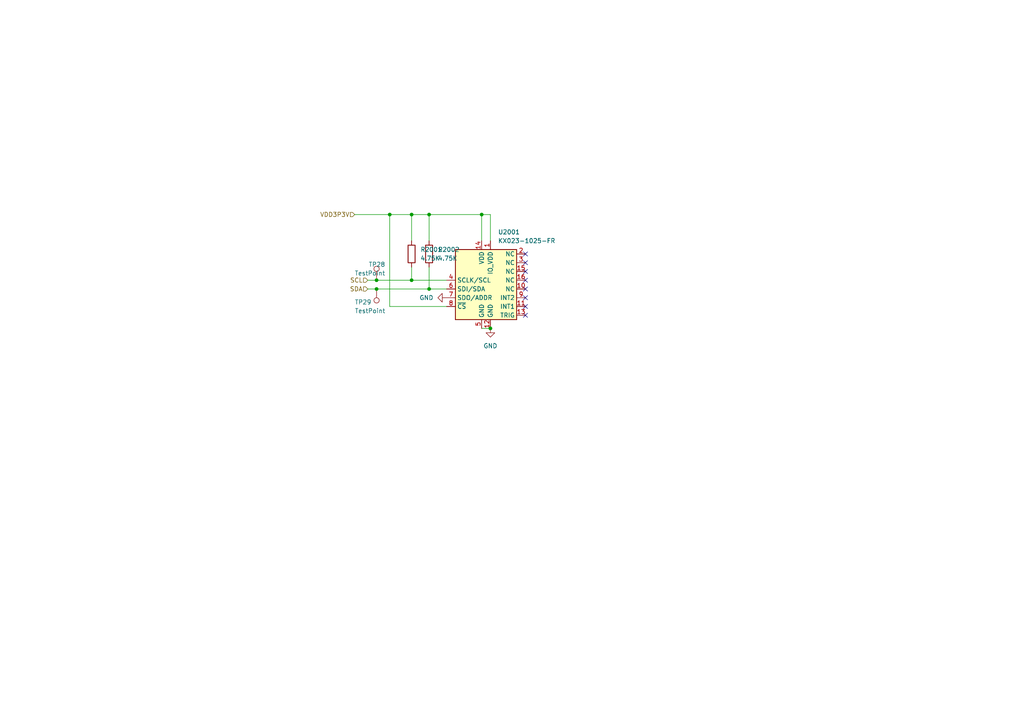
<source format=kicad_sch>
(kicad_sch (version 20231120) (generator "eeschema") (generator_version "8.0")
  (paper "A4")
  (lib_symbols
    (symbol "001_symbol:KX023-1025"
      (property "Reference" "U" (at -5.08 11.43 0))
      (property "Value" "KX023-1025" (at 3.81 11.43 0))
      (symbol "KX023-1025_0_1"
        (rectangle (start -7.62 10.16) (end 10.16 -10.16) (stroke (width 0.254)) (fill (type background)))
      )
      (symbol "KX023-1025_1_1"
        (pin power_in line (at 2.54 12.7 270) (length 2.54) (name "IO_VDD") (number "1"))
        (pin passive line (at 12.7 -1.27 180) (length 2.54) (name "NC") (number "10"))
        (pin output line (at 12.7 -6.35 180) (length 2.54) (name "INT1") (number "11"))
        (pin power_in line (at 2.54 -12.7 90) (length 2.54) (name "GND") (number "12"))
        (pin input line (at 12.7 -8.89 180) (length 2.54) (name "TRIG") (number "13"))
        (pin power_in line (at 0 12.7 270) (length 2.54) (name "VDD") (number "14"))
        (pin passive line (at 12.7 3.81 180) (length 2.54) (name "NC") (number "15"))
        (pin passive line (at 12.7 1.27 180) (length 2.54) (name "NC") (number "16"))
        (pin passive line (at 12.7 8.89 180) (length 2.54) (name "NC") (number "2"))
        (pin passive line (at 12.7 6.35 180) (length 2.54) (name "NC") (number "3"))
        (pin input line (at -10.16 1.27 0) (length 2.54) (name "SCLK/SCL") (number "4"))
        (pin power_in line (at 0 -12.7 90) (length 2.54) (name "GND") (number "5"))
        (pin bidirectional line (at -10.16 -1.27 0) (length 2.54) (name "SDI/SDA") (number "6"))
        (pin bidirectional line (at -10.16 -3.81 0) (length 2.54) (name "SDO/ADDR") (number "7"))
        (pin input line (at -10.16 -6.35 0) (length 2.54) (name "~{CS}") (number "8"))
        (pin output line (at 12.7 -3.81 180) (length 2.54) (name "INT2") (number "9"))
      )
    )
    (symbol "Connector:TestPoint" (pin_numbers hide) (pin_names (offset 0.762) hide)
      (property "Reference" "TP" (at 0 6.858 0))
      (property "Value" "TestPoint" (at 0 5.08 0))
      (symbol "TestPoint_0_1"
        (circle (center 0 3.302) (radius 0.762))
      )
      (symbol "TestPoint_1_1"
        (pin passive line (at 0 0 90) (length 2.54) (name "1") (number "1"))
      )
    )
    (symbol "Device:R" (pin_numbers hide) (pin_names (offset 0))
      (property "Reference" "R" (at 2.032 0 90))
      (property "Value" "R" (at 0 0 90))
      (symbol "R_0_1"
        (rectangle (start -1.016 -2.54) (end 1.016 2.54) (stroke (width 0.254)))
      )
      (symbol "R_1_1"
        (pin passive line (at 0 3.81 270) (length 1.27) (name "~") (number "1"))
        (pin passive line (at 0 -3.81 90) (length 1.27) (name "~") (number "2"))
      )
    )
    (symbol "power:GND" (power) (pin_numbers hide) (pin_names (offset 0) hide)
      (property "Value" "GND" (at 0 -3.81 0))
      (symbol "GND_0_1"
        (polyline (pts (xy 0 0) (xy 0 -1.27) (xy 1.27 -1.27) (xy 0 -2.54) (xy -1.27 -1.27) (xy 0 -1.27)))
      )
      (symbol "GND_1_1"
        (pin power_in line (at 0 0 270) (length 0) (name "~") (number "1"))
      )
    )
  )
  (junction (at 124.46 83.82))
  (junction (at 139.7 62.23))
  (junction (at 109.22 83.82))
  (junction (at 142.24 95.25))
  (junction (at 119.38 62.23))
  (junction (at 113.03 62.23))
  (junction (at 124.46 62.23))
  (junction (at 109.22 81.28))
  (junction (at 119.38 81.28))
  (no_connect (at 152.4 86.36))
  (no_connect (at 152.4 73.66))
  (no_connect (at 152.4 88.9))
  (no_connect (at 152.4 76.2))
  (no_connect (at 152.4 81.28))
  (no_connect (at 152.4 78.74))
  (no_connect (at 152.4 83.82))
  (no_connect (at 152.4 91.44))
  (wire (pts (xy 124.46 77.47) (xy 124.46 83.82)))
  (wire (pts (xy 113.03 62.23) (xy 119.38 62.23)))
  (wire (pts (xy 106.68 81.28) (xy 109.22 81.28)))
  (wire (pts (xy 109.22 83.82) (xy 124.46 83.82)))
  (wire (pts (xy 124.46 62.23) (xy 124.46 69.85)))
  (wire (pts (xy 113.03 88.9) (xy 113.03 62.23)))
  (wire (pts (xy 129.54 88.9) (xy 113.03 88.9)))
  (wire (pts (xy 142.24 62.23) (xy 142.24 69.85)))
  (wire (pts (xy 102.87 62.23) (xy 113.03 62.23)))
  (wire (pts (xy 124.46 83.82) (xy 129.54 83.82)))
  (wire (pts (xy 106.68 83.82) (xy 109.22 83.82)))
  (wire (pts (xy 119.38 62.23) (xy 124.46 62.23)))
  (wire (pts (xy 119.38 69.85) (xy 119.38 62.23)))
  (wire (pts (xy 139.7 95.25) (xy 142.24 95.25)))
  (wire (pts (xy 119.38 81.28) (xy 129.54 81.28)))
  (wire (pts (xy 119.38 77.47) (xy 119.38 81.28)))
  (wire (pts (xy 124.46 62.23) (xy 139.7 62.23)))
  (wire (pts (xy 109.22 81.28) (xy 119.38 81.28)))
  (wire (pts (xy 139.7 62.23) (xy 139.7 69.85)))
  (wire (pts (xy 139.7 62.23) (xy 142.24 62.23)))
  (hierarchical_label "VDD3P3V" (shape input) (at 102.87 62.23 180))
  (hierarchical_label "SCL" (shape input) (at 106.68 81.28 180))
  (hierarchical_label "SDA" (shape input) (at 106.68 83.82 180))
  (symbol (lib_id "Device:R") (at 124.46 73.66 180) (unit 1)
    (property "Reference" "R2002" (at 127 72.3899 0) (effects (justify right)))
    (property "Value" "4.75K" (at 127 74.9299 0) (effects (justify right)))
    (property "Footprint" "Resistor_SMD:R_0603_1608Metric" (effects (hide yes)))
    (property "Description" "Resistor" (effects (hide yes)))
    (property "Vendor" "digikey:311-4.75KHRCT-ND" (effects (hide yes)))
  )
  (symbol (lib_id "Device:R") (at 119.38 73.66 180) (unit 1)
    (property "Reference" "R2001" (at 121.92 72.3899 0) (effects (justify right)))
    (property "Value" "4.75K" (at 121.92 74.9299 0) (effects (justify right)))
    (property "Footprint" "Resistor_SMD:R_0603_1608Metric" (effects (hide yes)))
    (property "Description" "Resistor" (effects (hide yes)))
    (property "Vendor" "digikey:311-4.75KHRCT-ND" (effects (hide yes)))
  )
  (symbol (lib_id "power:GND") (at 142.24 95.25 0) (unit 1)
    (property "Reference" "#PWR02002" (effects (hide yes)))
    (property "Value" "GND" (at 142.24 100.33 0))
    (property "Description" "Power symbol creates a global label with name \"GND\" , ground" (effects (hide yes)))
  )
  (symbol (lib_id "001_symbol:KX023-1025") (at 139.7 82.55 0) (unit 1)
    (property "Reference" "U2001" (at 144.4341 67.31 0) (effects (justify left)))
    (property "Value" "KX023-1025-FR" (at 144.4341 69.85 0) (effects (justify left)))
    (property "Footprint" "Package_LGA:LGA-16_3x3mm_P0.5mm_LayoutBorder3x5y" (effects (hide yes)))
    (property "Vendor" "digikey:1191-1039-1-ND" (effects (hide yes)))
  )
  (symbol (lib_id "Connector:TestPoint") (at 109.22 83.82 180) (unit 1) (in_bom no)
    (property "Reference" "TP29" (at 102.87 87.63 0) (effects (justify right)))
    (property "Value" "TestPoint" (at 102.87 90.17 0) (effects (justify right)))
    (property "Footprint" "001_download:TestPoint_Pad_D0.6mm" (effects (hide yes)))
    (property "Description" "test point" (effects (hide yes)))
  )
  (symbol (lib_id "Connector:TestPoint") (at 109.22 81.28 0) (unit 1) (in_bom no)
    (property "Reference" "TP28" (at 111.76 76.7079 0) (effects (justify right)))
    (property "Value" "TestPoint" (at 111.76 79.2479 0) (effects (justify right)))
    (property "Footprint" "001_download:TestPoint_Pad_D0.6mm" (effects (hide yes)))
    (property "Description" "test point" (effects (hide yes)))
  )
  (symbol (lib_id "power:GND") (at 129.54 86.36 270) (unit 1)
    (property "Reference" "#PWR02001" (effects (hide yes)))
    (property "Value" "GND" (at 125.73 86.3599 90) (effects (justify right)))
    (property "Description" "Power symbol creates a global label with name \"GND\" , ground" (effects (hide yes)))
  )
)
</source>
